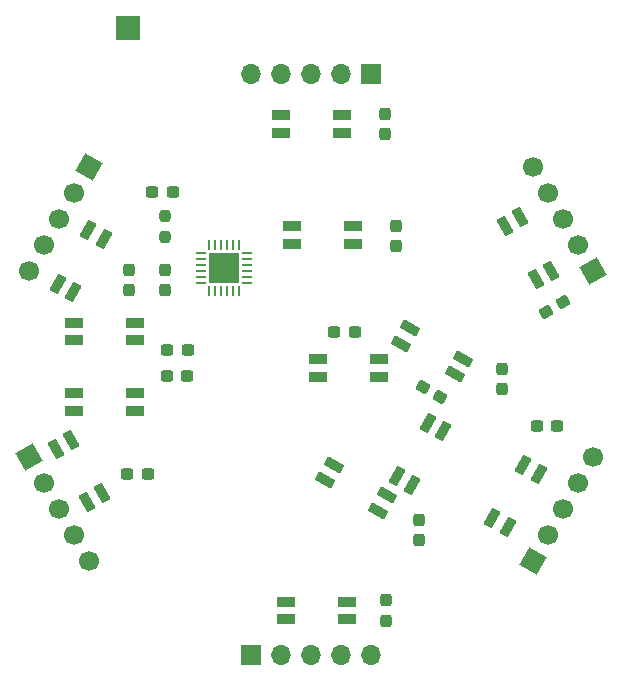
<source format=gbr>
%TF.GenerationSoftware,KiCad,Pcbnew,8.0.8*%
%TF.CreationDate,2025-04-07T13:45:20-04:00*%
%TF.ProjectId,pcb_tile_game_tile_ssa,7063625f-7469-46c6-955f-67616d655f74,1.0*%
%TF.SameCoordinates,Original*%
%TF.FileFunction,Soldermask,Top*%
%TF.FilePolarity,Negative*%
%FSLAX46Y46*%
G04 Gerber Fmt 4.6, Leading zero omitted, Abs format (unit mm)*
G04 Created by KiCad (PCBNEW 8.0.8) date 2025-04-07 13:45:20*
%MOMM*%
%LPD*%
G01*
G04 APERTURE LIST*
G04 Aperture macros list*
%AMRoundRect*
0 Rectangle with rounded corners*
0 $1 Rounding radius*
0 $2 $3 $4 $5 $6 $7 $8 $9 X,Y pos of 4 corners*
0 Add a 4 corners polygon primitive as box body*
4,1,4,$2,$3,$4,$5,$6,$7,$8,$9,$2,$3,0*
0 Add four circle primitives for the rounded corners*
1,1,$1+$1,$2,$3*
1,1,$1+$1,$4,$5*
1,1,$1+$1,$6,$7*
1,1,$1+$1,$8,$9*
0 Add four rect primitives between the rounded corners*
20,1,$1+$1,$2,$3,$4,$5,0*
20,1,$1+$1,$4,$5,$6,$7,0*
20,1,$1+$1,$6,$7,$8,$9,0*
20,1,$1+$1,$8,$9,$2,$3,0*%
%AMHorizOval*
0 Thick line with rounded ends*
0 $1 width*
0 $2 $3 position (X,Y) of the first rounded end (center of the circle)*
0 $4 $5 position (X,Y) of the second rounded end (center of the circle)*
0 Add line between two ends*
20,1,$1,$2,$3,$4,$5,0*
0 Add two circle primitives to create the rounded ends*
1,1,$1,$2,$3*
1,1,$1,$4,$5*%
%AMRotRect*
0 Rectangle, with rotation*
0 The origin of the aperture is its center*
0 $1 length*
0 $2 width*
0 $3 Rotation angle, in degrees counterclockwise*
0 Add horizontal line*
21,1,$1,$2,0,0,$3*%
G04 Aperture macros list end*
%ADD10RoundRect,0.237500X0.237500X-0.300000X0.237500X0.300000X-0.237500X0.300000X-0.237500X-0.300000X0*%
%ADD11RoundRect,0.237500X0.300000X0.237500X-0.300000X0.237500X-0.300000X-0.237500X0.300000X-0.237500X0*%
%ADD12R,1.700000X1.700000*%
%ADD13O,1.700000X1.700000*%
%ADD14RoundRect,0.237500X-0.237500X0.250000X-0.237500X-0.250000X0.237500X-0.250000X0.237500X0.250000X0*%
%ADD15RoundRect,0.237500X-0.378558X-0.055681X0.141058X-0.355681X0.378558X0.055681X-0.141058X0.355681X0*%
%ADD16RotRect,1.700000X1.700000X150.000000*%
%ADD17HorizOval,1.700000X0.000000X0.000000X0.000000X0.000000X0*%
%ADD18RotRect,1.700000X1.700000X330.000000*%
%ADD19HorizOval,1.700000X0.000000X0.000000X0.000000X0.000000X0*%
%ADD20RotRect,1.700000X1.700000X210.000000*%
%ADD21HorizOval,1.700000X0.000000X0.000000X0.000000X0.000000X0*%
%ADD22RoundRect,0.237500X-0.300000X-0.237500X0.300000X-0.237500X0.300000X0.237500X-0.300000X0.237500X0*%
%ADD23RotRect,1.700000X1.700000X30.000000*%
%ADD24HorizOval,1.700000X0.000000X0.000000X0.000000X0.000000X0*%
%ADD25RoundRect,0.237500X-0.141058X-0.355681X0.378558X-0.055681X0.141058X0.355681X-0.378558X0.055681X0*%
%ADD26R,2.000000X2.000000*%
%ADD27RoundRect,0.062500X-0.350000X-0.062500X0.350000X-0.062500X0.350000X0.062500X-0.350000X0.062500X0*%
%ADD28RoundRect,0.062500X-0.062500X-0.350000X0.062500X-0.350000X0.062500X0.350000X-0.062500X0.350000X0*%
%ADD29R,2.600000X2.600000*%
%ADD30RoundRect,0.082000X-0.457806X0.643056X-0.785806X0.074944X0.457806X-0.643056X0.785806X-0.074944X0*%
%ADD31RoundRect,0.082000X-0.718000X0.328000X-0.718000X-0.328000X0.718000X-0.328000X0.718000X0.328000X0*%
%ADD32RoundRect,0.082000X-0.643056X-0.457806X-0.074944X-0.785806X0.643056X0.457806X0.074944X0.785806X0*%
%ADD33RoundRect,0.082000X-0.074944X0.785806X-0.643056X0.457806X0.074944X-0.785806X0.643056X-0.457806X0*%
G04 APERTURE END LIST*
D10*
%TO.C,C2*%
X149260000Y-94900000D03*
X149260000Y-93175000D03*
%TD*%
D11*
%TO.C,C12*%
X129660000Y-78800000D03*
X127935000Y-78800002D03*
%TD*%
D10*
%TO.C,C3*%
X156260000Y-82125000D03*
X156260000Y-80400000D03*
%TD*%
D12*
%TO.C,J2*%
X134980000Y-104600000D03*
D13*
X137520000Y-104600000D03*
X140060000Y-104600000D03*
X142600000Y-104600000D03*
X145140000Y-104600000D03*
%TD*%
D14*
%TO.C,R1*%
X127710000Y-67437500D03*
X127710000Y-69262500D03*
%TD*%
D10*
%TO.C,C8*%
X147260000Y-70000000D03*
X147260000Y-68275000D03*
%TD*%
%TO.C,C15*%
X127710000Y-73712500D03*
X127710000Y-71987500D03*
%TD*%
D15*
%TO.C,C6*%
X149560000Y-81900000D03*
X151053894Y-82762500D03*
%TD*%
D16*
%TO.C,J3*%
X158920000Y-96689409D03*
D17*
X160190000Y-94489704D03*
X161460000Y-92290000D03*
X162730000Y-90090295D03*
X164000000Y-87890591D03*
%TD*%
D11*
%TO.C,C13*%
X128385000Y-65400002D03*
X126660000Y-65400000D03*
%TD*%
D10*
%TO.C,C9*%
X146360000Y-60525000D03*
X146360000Y-58800000D03*
%TD*%
D11*
%TO.C,C11*%
X129622500Y-81000000D03*
X127897500Y-81000000D03*
%TD*%
D18*
%TO.C,J6*%
X121300000Y-63300591D03*
D19*
X120030000Y-65500296D03*
X118760000Y-67700000D03*
X117490000Y-69899705D03*
X116220000Y-72099409D03*
%TD*%
D11*
%TO.C,C5*%
X160960000Y-85200000D03*
X159235000Y-85200000D03*
%TD*%
D10*
%TO.C,C1*%
X146460000Y-101725000D03*
X146460000Y-100000000D03*
%TD*%
D20*
%TO.C,J4*%
X163963349Y-72075928D03*
D21*
X162693349Y-69876223D03*
X161423349Y-67676519D03*
X160153349Y-65476814D03*
X158883349Y-63277110D03*
%TD*%
D22*
%TO.C,C7*%
X142060000Y-77300000D03*
X143785000Y-77300000D03*
%TD*%
D23*
%TO.C,J1*%
X116220000Y-87900591D03*
D24*
X117490000Y-90100296D03*
X118760000Y-92300000D03*
X120030000Y-94499705D03*
X121300000Y-96699409D03*
%TD*%
D25*
%TO.C,C4*%
X159960000Y-75600000D03*
X161453894Y-74737500D03*
%TD*%
D12*
%TO.C,J5*%
X145140000Y-55400000D03*
D13*
X142600000Y-55400000D03*
X140060000Y-55400000D03*
X137520000Y-55400000D03*
X134980000Y-55400000D03*
%TD*%
D26*
%TO.C,TP1*%
X124560000Y-51500000D03*
%TD*%
D27*
%TO.C,U2*%
X130772500Y-70600000D03*
X130772500Y-71100000D03*
X130772500Y-71600000D03*
X130772500Y-72100000D03*
X130772500Y-72600000D03*
X130772500Y-73100000D03*
D28*
X131460000Y-73787500D03*
X131960000Y-73787500D03*
X132460000Y-73787500D03*
X132960000Y-73787500D03*
X133460000Y-73787500D03*
X133960000Y-73787500D03*
D27*
X134647500Y-73100000D03*
X134647500Y-72600000D03*
X134647500Y-72100000D03*
X134647500Y-71600000D03*
X134647500Y-71100000D03*
X134647500Y-70600000D03*
D28*
X133960000Y-69912500D03*
X133460000Y-69912500D03*
X132960000Y-69912500D03*
X132460000Y-69912500D03*
X131960000Y-69912500D03*
X131460000Y-69912500D03*
D29*
X132710000Y-71850000D03*
%TD*%
D10*
%TO.C,C14*%
X124710000Y-73712500D03*
X124710000Y-71987500D03*
%TD*%
D11*
%TO.C,C10*%
X126260000Y-89300000D03*
X124535000Y-89300000D03*
%TD*%
D30*
%TO.C,LED2*%
X146514780Y-91100961D03*
X145764780Y-92400000D03*
X141261448Y-89800000D03*
X142011448Y-88500961D03*
%TD*%
D31*
%TO.C,LED11*%
X125210000Y-82430000D03*
X125210000Y-83930000D03*
X120010000Y-83930000D03*
X120010000Y-82430000D03*
%TD*%
%TO.C,LED8*%
X143660002Y-68299999D03*
X143660000Y-69800000D03*
X138460001Y-69799999D03*
X138460000Y-68300000D03*
%TD*%
%TO.C,LED9*%
X142760000Y-58900000D03*
X142760000Y-60400000D03*
X137560000Y-60400000D03*
X137560000Y-58900000D03*
%TD*%
%TO.C,LED1*%
X143160000Y-100100000D03*
X143160000Y-101600000D03*
X137960000Y-101600000D03*
X137960000Y-100100000D03*
%TD*%
D30*
%TO.C,LED3*%
X153002876Y-79569974D03*
X152252876Y-80869013D03*
X147749544Y-78269013D03*
X148499544Y-76969974D03*
%TD*%
D32*
%TO.C,LED5*%
X158060961Y-88550000D03*
X159360000Y-89300000D03*
X156760000Y-93803332D03*
X155460961Y-93053331D03*
%TD*%
%TO.C,LED13*%
X121250961Y-68670000D03*
X122550000Y-69420000D03*
X119950000Y-73923332D03*
X118650961Y-73173332D03*
%TD*%
%TO.C,LED6*%
X149960961Y-84950000D03*
X151260000Y-85700000D03*
X148660000Y-90203332D03*
X147360961Y-89453332D03*
%TD*%
D33*
%TO.C,LED10*%
X122410000Y-90940000D03*
X121110961Y-91690000D03*
X118510961Y-87186668D03*
X119810000Y-86436668D03*
%TD*%
%TO.C,LED4*%
X160430320Y-72080266D03*
X159131281Y-72830266D03*
X156531281Y-68326934D03*
X157830320Y-67576934D03*
%TD*%
D31*
%TO.C,LED7*%
X145860000Y-79600000D03*
X145860000Y-81100000D03*
X140660000Y-81100000D03*
X140660000Y-79600000D03*
%TD*%
%TO.C,LED12*%
X125210000Y-76490000D03*
X125210000Y-77990000D03*
X120010000Y-77990000D03*
X120010000Y-76490000D03*
%TD*%
M02*

</source>
